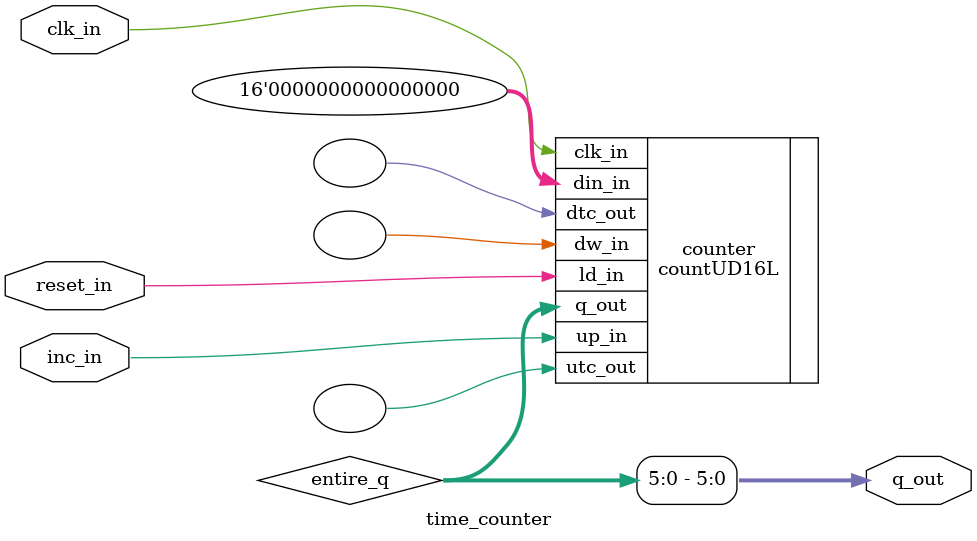
<source format=v>
`timescale 1ns / 1ps

module time_counter
(
    input clk_in,
    input inc_in,
    input reset_in,
    
    output [5:0] q_out
);

    wire [15:0] entire_q;
    
    countUD16L counter 
    (
        .clk_in(clk_in),
        .up_in(inc_in),        
        .dw_in(),             
        .ld_in(reset_in),      
        .din_in(16'b0000000000000000),    
        .q_out(entire_q),              
        .utc_out(),                  
        .dtc_out()                   
    );
    
    assign q_out = entire_q[5:0];
    
endmodule

</source>
